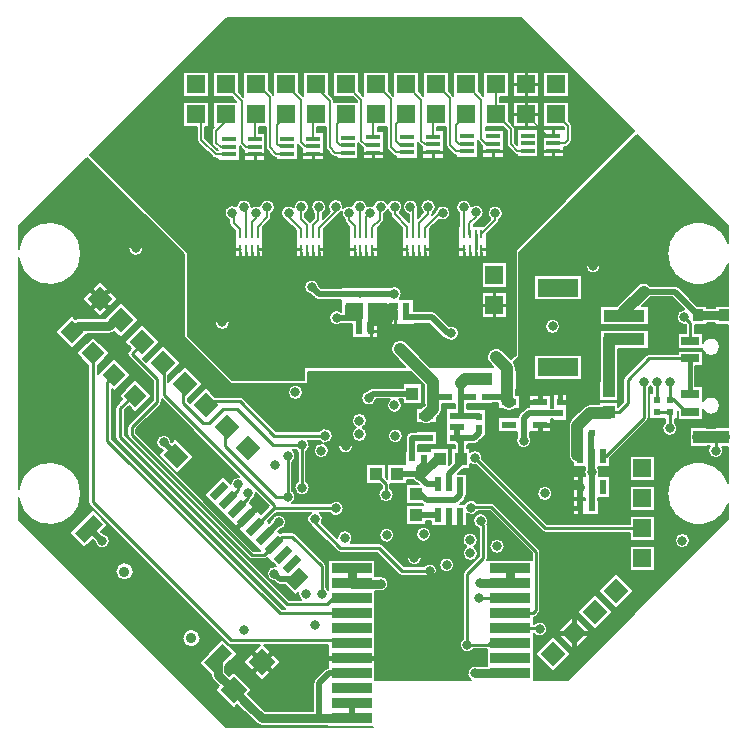
<source format=gbr>
%FSLAX25Y25*%
%MOIN*%
G04 EasyPC Gerber Version 18.0.8 Build 3632 *
%ADD133R,0.01000X0.02756*%
%ADD130R,0.02165X0.04724*%
%ADD131R,0.02362X0.04724*%
%ADD11R,0.02400X0.02400*%
%ADD142R,0.03200X0.03900*%
%ADD92R,0.03937X0.04291*%
%ADD81R,0.03940X0.04330*%
%ADD85R,0.06000X0.06000*%
%ADD25C,0.00500*%
%ADD75C,0.00800*%
%ADD26C,0.01000*%
%ADD28C,0.01500*%
%ADD93C,0.02000*%
%ADD94C,0.03000*%
%ADD27C,0.03200*%
%ADD90R,0.04600X0.01800*%
%ADD129R,0.04724X0.02362*%
%ADD10R,0.02400X0.02400*%
%ADD141R,0.05900X0.02800*%
%ADD134R,0.13200X0.03200*%
%ADD140R,0.13800X0.03900*%
%ADD12R,0.04291X0.03937*%
%ADD82R,0.04330X0.03940*%
%AMT137*0 Rectangle Pad at angle 45*21,1,0.05500,0.06300,0,0,45*%
%ADD137T137*%
%ADD139R,0.13400X0.05900*%
%ADD91C,0.03600*%
%ADD95C,0.04000*%
%AMT89*0 Rectangle Pad at angle 45*21,1,0.06000,0.06000,0,0,45*%
%ADD89T89*%
%AMT132*0 Rectangle Pad at angle 45*21,1,0.06300,0.06300,0,0,45*%
%ADD132T132*%
%AMT135*0 Rectangle Pad at angle 135*21,1,0.02700,0.06300,0,0,135*%
%ADD135T135*%
%AMT138*0 Rectangle Pad at angle 135*21,1,0.04700,0.06300,0,0,135*%
%ADD138T138*%
%AMT136*0 Rectangle Pad at angle 135*21,1,0.04700,0.08700,0,0,135*%
%ADD136T136*%
%AMT143*0 Rectangle Pad at angle 135*21,1,0.05500,0.05500,0,0,135*%
%ADD143T143*%
X0Y0D02*
D02*
D10*
X116450Y135350D03*
Y139150D03*
X120350Y135350D03*
Y139150D03*
X128250Y139750D03*
Y143550D03*
X132150Y139750D03*
Y143550D03*
X133950Y92850D03*
X137850D03*
X146350Y113350D03*
X150250D03*
X154450Y113250D03*
X158350D03*
X189950Y76351D03*
X190050Y101150D03*
X193850Y76351D03*
X193950Y101150D03*
D02*
D11*
X112850Y143550D03*
Y147450D03*
X116650Y143550D03*
Y147450D03*
X120450Y143550D03*
Y147450D03*
X124250Y143550D03*
Y147450D03*
X156350Y102750D03*
Y106650D03*
X183350Y107750D03*
Y111650D03*
X215550Y108350D03*
Y112250D03*
X220050Y108350D03*
Y112250D03*
D02*
D12*
X158650Y119150D03*
X165650D03*
D02*
D25*
X25718Y192982D02*
X2850Y170115D01*
Y162496*
G75*
G02X23750Y161050I10400J-1446*
G01*
G75*
G02X2850Y159604I-10500*
G01*
Y82496*
G75*
G02X23750Y81050I10400J-1446*
G01*
G75*
G02X2850Y79604I-10500*
G01*
Y72285*
X72085Y3050*
X120850*
Y3200*
X106100*
Y3600*
X100471*
G75*
G02X99229I-621J2450*
G01*
X83950*
G75*
G02X82218Y4318I0J2450*
G01*
X78387Y8149*
G75*
G02X77658Y8654I1101J2364*
G01*
X75804Y10481*
X74512Y9190*
X68290Y15412*
X69669Y16791*
X67616Y18844*
G75*
G02X66898Y20576I1732J1733*
G01*
Y20645*
X62843Y24700*
X70762Y32620*
X75854Y27529*
X71798Y23473*
Y21591*
X73133Y20256*
X74512Y21635*
X80735Y15412*
X79491Y14169*
X81317Y12370*
G75*
G02X81851Y11613I-1830J-1858*
G01*
X84965Y8500*
X99229*
G75*
G02X100471I621J-2450*
G01*
X101100*
Y17850*
G75*
G02X101671Y19229I1950J0*
G01*
X104871Y22429*
G75*
G02X106100Y22994I1379J-1379*
G01*
Y30443*
X84655*
X90210Y24888*
X83988Y18665*
X77765Y24888*
X83321Y30443*
X73650*
G75*
G02X72513Y30914J1607*
G01*
X26513Y76913*
G75*
G02X26042Y78050I1137J1137*
G01*
Y123702*
X22029Y127715*
X27685Y133371*
X33342Y127715*
X29257Y123629*
Y120800*
X34757Y126300*
X40413Y120643*
X34757Y114987*
X33957Y115786*
Y99316*
X90616Y42658*
X91646*
G75*
G02X91313Y42913I805J1392*
G01*
X35613Y98613*
G75*
G02X35143Y99750I1137J1137*
G01*
Y109550*
G75*
G02X35613Y110687I1607*
G01*
X37335Y112408*
X36171Y113572*
X41828Y119229*
X47484Y113572*
X41828Y107916*
X39608Y110135*
X38357Y108884*
Y100416*
X93116Y45657*
X97059*
G75*
G02X96100Y47650I1591J1993*
G01*
G75*
G02X96103Y47778I2548J2*
G01*
X95228Y46904*
X91522Y50610*
X89940*
G75*
G02X88561Y51181I0J1950*
G01*
X87933Y51809*
G75*
G02X85600Y54350I217J2541*
G01*
G75*
G02X88510Y56874I2550*
G01*
X85789Y59596*
X85717Y59525*
G75*
G02X84692Y59100I-1025J1025*
G01*
X80550*
G75*
G02X79525Y59525J1450*
G01*
X39525Y99525*
G75*
G02X39100Y100550I1025J1025*
G01*
Y103050*
G75*
G02X39525Y104075I1450*
G01*
X47700Y112251*
Y118449*
X39525Y126625*
G75*
G02Y128675I1025J1025*
G01*
X40270Y129420*
X38033Y131657*
X44043Y137667*
X50054Y131657*
X44324Y125927*
X45385Y124866*
X51115Y130596*
X57125Y124585*
X52800Y120261*
Y118139*
X58185Y123525*
X64196Y117515*
X59200Y112519*
Y111851*
X59927Y111124*
X65257Y116454*
X68353Y113357*
X76550*
G75*
G02X77692Y112881J-1607*
G01*
X88620Y101857*
X103070*
G75*
G02X107600Y100250I1980J-1607*
G01*
G75*
G02X104669Y97729I-2550*
G01*
G75*
G02X106300Y95350I-919J-2379*
G01*
G75*
G02X101200I-2550*
G01*
G75*
G02X104131Y97871I2550*
G01*
G75*
G02X103070Y98643I919J2379*
G01*
X99342*
G75*
G02X98800Y94952I-1992J-1593*
G01*
Y85048*
G75*
G02X99900Y82950I-1450J-2098*
G01*
G75*
G02X94800I-2550*
G01*
G75*
G02X95900Y85048I2550*
G01*
Y94952*
G75*
G02X95252Y95600I1450J2098*
G01*
X94193*
G75*
G02X94157Y91670I-1643J-1950*
G01*
Y81930*
G75*
G02X94009Y77859I-1607J-1980*
G01*
X106853*
G75*
G02X111200Y76050I1797J-1809*
G01*
G75*
G02X106522Y74644I-2550*
G01*
X103205*
G75*
G02X104008Y71365I-1455J-2094*
G01*
X109100Y66273*
G75*
G02X114200Y66250I2550J-23*
G01*
G75*
G02X113557Y64557I-2550J0*
G01*
X122850*
G75*
G02X123987Y64087J-1607*
G01*
X131216Y56857*
X137956*
G75*
G02X142400Y55150I1894J-1707*
G01*
G75*
G02X137793Y53643I-2550*
G01*
X130550*
G75*
G02X129413Y54113J1607*
G01*
X122184Y61343*
X110150*
G75*
G02X109013Y61813J1607*
G01*
X100498Y70328*
G75*
G02X99528Y71298I1252J2222*
G01*
X99413Y71413*
G75*
G02X99517Y73782I1137J1137*
G01*
G75*
G02X100295Y74644I2233J-1232*
G01*
X88604*
X85861Y71969*
X86468Y71362*
X87046Y71935*
G75*
G02X92100Y71450I2504J-485*
G01*
G75*
G02X90015Y68943I-2550*
G01*
X89448Y68381*
X89979Y67850*
G75*
G02X90792Y68099I812J-1202*
G01*
X94150*
G75*
G02X95175Y67674I0J-1450*
G01*
X104875Y57975*
G75*
G02X105300Y56950I-1025J-1025*
G01*
Y49748*
G75*
G02X106100Y48850I-1450J-2098*
G01*
Y58901*
X121799*
Y53400*
X122843*
G75*
G02X126100Y50950I707J-2450*
G01*
G75*
G02X122843Y48500I-2550*
G01*
X121799*
Y18850*
X153661*
G75*
G02X155657Y23500I1289J2200*
G01*
X158901*
Y29100*
X154548*
G75*
G02X149900Y30550I-2098J1450*
G01*
G75*
G02X151000Y32648I2550*
G01*
Y54150*
G75*
G02X151425Y55175I1450*
G01*
X156300Y60051*
Y69460*
G75*
G02X154300Y71950I550J2490*
G01*
G75*
G02X159400I2550*
G01*
G75*
G02X159107Y70762I-2550J0*
G01*
G75*
G02X159200Y70250I-1356J-512*
G01*
Y59450*
G75*
G02X159092Y58901I-1450*
G01*
X173900*
Y61049*
X159849Y75100*
X155972*
G75*
G02X152322Y74237I-2222J1250*
G01*
Y70220*
X140177*
Y71743*
X138665*
Y70630*
X131834*
Y77070*
X137777*
G75*
G02X137560Y77260I1274J1678*
G01*
X137190Y77630*
X131834*
Y84070*
X136472*
X136234Y84308*
G75*
G02X134226Y85600I216J2542*
G01*
X132169*
Y84133*
X126800*
Y82748*
G75*
G02X127900Y80650I-1450J-2098*
G01*
G75*
G02X122800I-2550*
G01*
G75*
G02X123900Y82748I2550*
G01*
Y83549*
X123316Y84133*
X118730*
Y90964*
X125169*
Y86382*
X125730Y85821*
Y90964*
X131500*
Y95299*
X131843*
Y99550*
G75*
G02X133950Y101657I2107*
G01*
X135196*
Y101941*
X142421*
Y97078*
X136057*
Y95299*
X140031*
Y96067*
X146470*
Y90708*
X147031Y91255*
Y96067*
X148300*
Y97078*
X145480*
Y109421*
X148300*
Y110901*
X144100*
Y109332*
G75*
G02X143236Y107246I-2950J0*
G01*
X142421Y106431*
Y104559*
X140479*
G75*
G02X137138I-1670J2431*
G01*
X135196*
Y109421*
X137067*
X138200Y110554*
Y110937*
X137929*
Y117199*
X137370Y117758*
Y110937*
X130929*
Y112400*
X129793*
G75*
G02X130700Y110450I-1643J-1950*
G01*
G75*
G02X125600I-2550*
G01*
G75*
G02X126507Y112400I2550*
G01*
X122060*
G75*
G02X117000Y112850I-2510J450*
G01*
G75*
G02X119333Y115391I2550*
G01*
X119671Y115729*
G75*
G02X121050Y116300I1379J-1379*
G01*
X130929*
Y117763*
X137365*
X133678Y121450*
X99250*
Y117550*
X73550*
X57850Y133250*
Y160850*
X25718Y192982*
X21757Y139300D02*
G75*
G02X22650Y139457I893J-2449D01*
G01*
X31692*
X36972Y144738*
X42983Y138728*
X36972Y132717*
X34776Y134913*
G75*
G02X33030Y134243I-1746J1937*
G01*
X25728*
X20615Y129129*
X14958Y134785*
X20615Y140442*
X21757Y139300*
X23891Y145799D02*
X29901Y151809D01*
X35911Y145799*
X29901Y139789*
X23891Y145799*
X27650Y65592D02*
X24800Y62743D01*
X19709Y67834*
X27629Y75754*
X32720Y70662*
X30408Y68350*
X30967Y67791*
G75*
G02X33300Y65250I-217J-2541*
G01*
G75*
G02X28209Y65033I-2550*
G01*
X27650Y65592*
X36008Y57192D02*
G75*
G02X40321Y52879I2157J-2157D01*
G01*
G75*
G02X36008Y57192I-2157J2157*
G01*
X44500Y162750D02*
G75*
G02X39400I-2550D01*
G01*
G75*
G02X44500I2550*
G01*
X58282Y34918D02*
G75*
G02X62595Y30605I2157J-2157D01*
G01*
G75*
G02X58282Y34918I-2157J2157*
G01*
X97700Y114750D02*
G75*
G02X92600I-2550D01*
G01*
G75*
G02X97700I2550*
G01*
X109300Y96850D02*
G75*
G02X114400I2550D01*
G01*
G75*
G02X109300I-2550*
G01*
X115349Y103050D02*
G75*
G02X113900Y105350I1101J2300D01*
G01*
G75*
G02X119000I2550*
G01*
G75*
G02X117551Y103050I-2550*
G01*
G75*
G02X119000Y100750I-1101J-2300*
G01*
G75*
G02X113900I-2550*
G01*
G75*
G02X115349Y103050I2550*
G01*
X123000Y67150D02*
G75*
G02X128100I2550D01*
G01*
G75*
G02X123000I-2550*
G01*
X131000Y100250D02*
G75*
G02X125900I-2550D01*
G01*
G75*
G02X131000I2550*
G01*
X135300Y67450D02*
G75*
G02X140400I2550D01*
G01*
G75*
G02X135300I-2550*
G01*
X137300Y59650D02*
G75*
G02X132200I-2550D01*
G01*
G75*
G02X137300I2550*
G01*
X143000Y57250D02*
G75*
G02X148100I2550D01*
G01*
G75*
G02X143000I-2550*
G01*
X152201Y63273D02*
G75*
G02X150800Y65550I1149J2276D01*
G01*
G75*
G02X155900I2550*
G01*
G75*
G02X154599Y63327I-2550*
G01*
G75*
G02X156000Y61050I-1149J-2277*
G01*
G75*
G02X150900I-2550*
G01*
G75*
G02X152201Y63273I2550*
G01*
X164900Y63450D02*
G75*
G02X159800I-2550D01*
G01*
G75*
G02X164900I2550*
G01*
X2850Y136933D02*
G36*
Y82496D01*
G75*
G02X23750Y81050I10400J-1446*
G01*
G75*
G02X2850Y79604I-10500*
G01*
Y72285*
X5909Y69227*
X21102*
X27629Y75754*
X32720Y70662*
X31285Y69227*
X34200*
X26513Y76913*
G75*
G02X26042Y78050I1137J1137*
G01*
Y123702*
X22029Y127715*
X27685Y133371*
X33342Y127715*
X29257Y123629*
Y120800*
X34757Y126300*
X40413Y120643*
X34757Y114987*
X33957Y115786*
Y99316*
X90616Y42658*
X91646*
G75*
G02X91313Y42913I805J1392*
G01*
X35613Y98613*
G75*
G02X35143Y99750I1137J1137*
G01*
Y109550*
G75*
G02X35613Y110687I1607*
G01*
X37335Y112408*
X36171Y113572*
X41828Y119229*
X47484Y113572*
X41828Y107916*
X39608Y110135*
X38357Y108884*
Y100416*
X93116Y45657*
X97059*
G75*
G02X96100Y47650I1591J1993*
G01*
G75*
G02X96103Y47778I2548J2*
G01*
X95228Y46904*
X91522Y50610*
X89940*
G75*
G02X88561Y51181I0J1950*
G01*
X87933Y51809*
G75*
G02X85600Y54350I217J2541*
G01*
G75*
G02X88510Y56874I2550*
G01*
X85789Y59596*
X85717Y59525*
G75*
G02X84692Y59100I-1025J1025*
G01*
X80550*
G75*
G02X79525Y59525J1450*
G01*
X39525Y99525*
G75*
G02X39100Y100550I1025J1025*
G01*
Y103050*
G75*
G02X39525Y104075I1450*
G01*
X47700Y112251*
Y118449*
X39525Y126625*
G75*
G02Y128675I1025J1025*
G01*
X40270Y129420*
X38033Y131657*
X43309Y136933*
X41188*
X36972Y132717*
X34776Y134913*
G75*
G02X33030Y134243I-1746J1937*
G01*
X25728*
X20615Y129129*
X14958Y134785*
X17106Y136933*
X2850*
G37*
X17106D02*
G36*
X20615Y140442D01*
X21757Y139300*
G75*
G02X22650Y139457I893J-2449*
G01*
X31692*
X36972Y144738*
X42983Y138728*
X41188Y136933*
X43309*
X44043Y137667*
X50054Y131657*
X44324Y125927*
X45385Y124866*
X51115Y130596*
X57125Y124585*
X52800Y120261*
Y118139*
X58185Y123525*
X64196Y117515*
X59200Y112519*
Y111851*
X59927Y111124*
X65257Y116454*
X66960Y114750*
X92600*
G75*
G02X97700I2550*
G01*
X117849*
G75*
G02X119333Y115391I1701J-1900*
G01*
X119671Y115729*
G75*
G02X121050Y116300I1379J-1379*
G01*
X130929*
Y117763*
X137365*
X133678Y121450*
X99250*
Y117550*
X73550*
X57850Y133250*
Y145799*
X35911*
X29901Y139789*
X23891Y145799*
X2850*
Y136933*
X17106*
G37*
X23891Y145799D02*
G36*
X29901Y151809D01*
X35911Y145799*
X57850*
Y160850*
X55950Y162750*
X44500*
G75*
G02X39400I-2550*
G01*
X23611*
G75*
G02X23750Y161050I-10362J-1700*
G01*
G75*
G02X2850Y159604I-10500*
G01*
Y145799*
X23891*
G37*
X5909Y69227D02*
G36*
X11685Y63450D01*
X24093*
X19709Y67834*
X21102Y69227*
X5909*
G37*
X31285D02*
G36*
X30408Y68350D01*
X30967Y67791*
G75*
G02X33300Y65250I-217J-2541*
G01*
G75*
G02X32556Y63450I-2550*
G01*
X39976*
X34200Y69227*
X31285*
G37*
X106147D02*
G36*
X109100Y66273D01*
G75*
G02X114200Y66250I2550J-23*
G01*
G75*
G02X113557Y64557I-2550J0*
G01*
X122850*
G75*
G02X123987Y64087J-1607*
G01*
X124623Y63450*
X151903*
G75*
G02X150800Y65550I1447J2100*
G01*
G75*
G02X155900I2550*
G01*
G75*
G02X154796Y63450I-2550*
G01*
X156300*
Y69227*
X139679*
G75*
G02X140400Y67450I-1829J-1777*
G01*
G75*
G02X135300I-2550*
G01*
G75*
G02X136021Y69227I2550*
G01*
X127030*
G75*
G02X128100Y67150I-1480J-2077*
G01*
G75*
G02X123000I-2550*
G01*
G75*
G02X124070Y69227I2550*
G01*
X106147*
G37*
X124070D02*
G36*
G75*
G02X127030I1480J-2077D01*
G01*
X136021*
G75*
G02X139679I1829J-1777*
G01*
X156300*
Y69460*
G75*
G02X154300Y71950I550J2490*
G01*
G75*
G02X159400I2550*
G01*
G75*
G02X159107Y70762I-2550J0*
G01*
G75*
G02X159200Y70250I-1356J-512*
G01*
Y63450*
X159800*
G75*
G02X164900I2550*
G01*
X171499*
X159849Y75100*
X155972*
G75*
G02X152322Y74237I-2222J1250*
G01*
Y70220*
X140177*
Y71743*
X138665*
Y70630*
X131834*
Y77070*
X137777*
G75*
G02X137560Y77260I1274J1678*
G01*
X137190Y77630*
X131834*
Y84070*
X136472*
X136234Y84308*
G75*
G02X134226Y85600I216J2542*
G01*
X132169*
Y84133*
X126800*
Y82748*
G75*
G02X127900Y80650I-1450J-2098*
G01*
G75*
G02X122800I-2550*
G01*
G75*
G02X123900Y82748I2550*
G01*
Y83549*
X123316Y84133*
X118730*
Y90964*
X125169*
Y86382*
X125730Y85821*
Y90964*
X131500*
Y95299*
X131843*
Y96850*
X114400*
G75*
G02X109300I-2550*
G01*
X105812*
G75*
G02X106300Y95350I-2062J-1500*
G01*
G75*
G02X101200I-2550*
G01*
G75*
G02X104131Y97871I2550*
G01*
G75*
G02X103070Y98643I919J2379*
G01*
X99342*
G75*
G02X98800Y94952I-1992J-1593*
G01*
Y85048*
G75*
G02X99900Y82950I-1450J-2098*
G01*
G75*
G02X94800I-2550*
G01*
G75*
G02X95900Y85048I2550*
G01*
Y94952*
G75*
G02X95252Y95600I1450J2098*
G01*
X94193*
G75*
G02X94157Y91670I-1643J-1950*
G01*
Y81930*
G75*
G02X94009Y77859I-1607J-1980*
G01*
X106853*
G75*
G02X111200Y76050I1797J-1809*
G01*
G75*
G02X106522Y74644I-2550*
G01*
X103205*
G75*
G02X104008Y71365I-1455J-2094*
G01*
X106147Y69227*
X124070*
G37*
X20100Y55035D02*
G36*
X42374Y32761D01*
X57389*
G75*
G02X58282Y34918I3050*
G01*
G75*
G02X63489Y32761I2157J-2157*
G01*
X70666*
X48391Y55035*
X41215*
G75*
G02X40321Y52879I-3050*
G01*
G75*
G02X35115Y55035I-2157J2157*
G01*
X20100*
G37*
X35115D02*
G36*
G75*
G02X36008Y57192I3050D01*
G01*
G75*
G02X41215Y55035I2157J-2157*
G01*
X48391*
X39976Y63450*
X32556*
G75*
G02X28209Y65033I-1806J1800*
G01*
X27650Y65592*
X24800Y62743*
X24093Y63450*
X11685*
X20100Y55035*
X35115*
G37*
X142397D02*
G36*
G75*
G02X137793Y53643I-2547J115D01*
G01*
X130550*
G75*
G02X129413Y54113J1607*
G01*
X122184Y61343*
X110150*
G75*
G02X109013Y61813J1607*
G01*
X100498Y70328*
G75*
G02X99528Y71298I1252J2222*
G01*
X99413Y71413*
G75*
G02X99517Y73782I1137J1137*
G01*
G75*
G02X100295Y74644I2233J-1232*
G01*
X88604*
X85861Y71969*
X86468Y71362*
X87046Y71935*
G75*
G02X92100Y71450I2504J-485*
G01*
G75*
G02X90015Y68943I-2550*
G01*
X89448Y68381*
X89979Y67850*
G75*
G02X90792Y68099I812J-1202*
G01*
X94150*
G75*
G02X95175Y67674I0J-1450*
G01*
X104875Y57975*
G75*
G02X105300Y56950I-1025J-1025*
G01*
Y49748*
G75*
G02X106100Y48850I-1450J-2098*
G01*
Y58901*
X121799*
Y53400*
X122843*
G75*
G02X126100Y50950I707J-2450*
G01*
G75*
G02X122843Y48500I-2550*
G01*
X121799*
Y18850*
X153661*
G75*
G02X155657Y23500I1289J2200*
G01*
X158901*
Y29100*
X154548*
G75*
G02X149900Y30550I-2098J1450*
G01*
G75*
G02X151000Y32648I2550*
G01*
Y54150*
G75*
G02X151302Y55035I1450J0*
G01*
X146814*
G75*
G02X144286I-1264J2215*
G01*
X142397*
G37*
X144286D02*
G36*
G75*
G02X143000Y57250I1264J2215D01*
G01*
G75*
G02X144688Y59650I2550*
G01*
X137300*
G75*
G02X132200I-2550*
G01*
X128423*
X131216Y56857*
X137956*
G75*
G02X142400Y55150I1894J-1707*
G01*
G75*
G02X142397Y55035I-2550J4*
G01*
X144286*
G37*
X151302D02*
G36*
G75*
G02X151425Y55175I1148J-885D01*
G01*
X155899Y59650*
X155581*
G75*
G02X151319I-2131J1400*
G01*
X146412*
G75*
G02X148100Y57250I-862J-2400*
G01*
G75*
G02X146814Y55035I-2550*
G01*
X151302*
G37*
X39400Y162750D02*
G36*
G75*
G02X44500I2550D01*
G01*
X55950*
X25718Y192982*
X2850Y170115*
Y162496*
G75*
G02X23611Y162750I10400J-1446*
G01*
X39400*
G37*
X42374Y32761D02*
G36*
X72085Y3050D01*
X120850*
Y3200*
X106100*
Y3600*
X100471*
G75*
G02X99229I-621J2450*
G01*
X83950*
G75*
G02X82218Y4318I0J2450*
G01*
X78387Y8149*
G75*
G02X77658Y8654I1101J2364*
G01*
X75804Y10481*
X74512Y9190*
X68290Y15412*
X69669Y16791*
X67616Y18844*
G75*
G02X66898Y20576I1732J1733*
G01*
Y20645*
X62843Y24700*
X70762Y32620*
X75854Y27529*
X71798Y23473*
Y21591*
X73133Y20256*
X74512Y21635*
X80735Y15412*
X79491Y14169*
X81317Y12370*
G75*
G02X81851Y11613I-1830J-1858*
G01*
X84965Y8500*
X99229*
G75*
G02X100471I621J-2450*
G01*
X101100*
Y17850*
G75*
G02X101671Y19229I1950J0*
G01*
X104871Y22429*
G75*
G02X106100Y22994I1379J-1379*
G01*
Y30443*
X84655*
X90210Y24888*
X83988Y18665*
X77765Y24888*
X83321Y30443*
X73650*
G75*
G02X72513Y30914J1607*
G01*
X70666Y32761*
X63489*
G75*
G02X62595Y30605I-3050*
G01*
G75*
G02X57389Y32761I-2157J2157*
G01*
X42374*
G37*
X66960Y114750D02*
G36*
X68353Y113357D01*
X76550*
G75*
G02X77692Y112881J-1607*
G01*
X87438Y103050*
X115349*
G75*
G02X113900Y105350I1101J2300*
G01*
G75*
G02X119000I2550*
G01*
G75*
G02X117551Y103050I-2550*
G01*
X145480*
Y109421*
X148300*
Y110901*
X144100*
Y109332*
G75*
G02X143236Y107246I-2950J0*
G01*
X142421Y106431*
Y104559*
X140479*
G75*
G02X137138I-1670J2431*
G01*
X135196*
Y109421*
X137067*
X138200Y110554*
Y110937*
X137929*
Y117199*
X137370Y117758*
Y110937*
X130929*
Y112400*
X129793*
G75*
G02X130700Y110450I-1643J-1950*
G01*
G75*
G02X125600I-2550*
G01*
G75*
G02X126507Y112400I2550*
G01*
X122060*
G75*
G02X117000Y112850I-2510J450*
G01*
G75*
G02X117849Y114750I2550J0*
G01*
X97700*
G75*
G02X92600I-2550*
G01*
X66960*
G37*
X109300Y96850D02*
G36*
G75*
G02X114400I2550D01*
G01*
X131843*
Y99550*
G75*
G02X131962Y100250I2107*
G01*
X131000*
G75*
G02X125900I-2550*
G01*
X118950*
G75*
G02X113950I-2500J500*
G01*
X107600*
G75*
G02X104669Y97729I-2550*
G01*
G75*
G02X105812Y96850I-920J-2379*
G01*
X109300*
G37*
X87438Y103050D02*
G36*
X88620Y101857D01*
X103070*
G75*
G02X107600Y100250I1980J-1607*
G01*
X113950*
G75*
G02X113900Y100750I2500J500*
G01*
G75*
G02X115349Y103050I2550*
G01*
X87438*
G37*
X117551D02*
G36*
G75*
G02X119000Y100750I-1101J-2300D01*
G01*
G75*
G02X118950Y100250I-2550J0*
G01*
X125900*
G75*
G02X131000I2550*
G01*
X131962*
G75*
G02X133950Y101657I1988J-700*
G01*
X135196*
Y101941*
X142421*
Y97078*
X136057*
Y95299*
X140031*
Y96067*
X146470*
Y90708*
X147031Y91255*
Y96067*
X148300*
Y97078*
X145480*
Y103050*
X117551*
G37*
X132200Y59650D02*
G36*
G75*
G02X137300I2550D01*
G01*
X144688*
G75*
G02X146412I862J-2400*
G01*
X151319*
G75*
G02X150900Y61050I2131J1400*
G01*
G75*
G02X152201Y63273I2550*
G01*
G75*
G02X151903Y63450I1149J2276*
G01*
X124623*
X128423Y59650*
X132200*
G37*
X155899D02*
G36*
X156300Y60051D01*
Y63450*
X154796*
G75*
G02X154599Y63327I-1446J2100*
G01*
G75*
G02X156000Y61050I-1149J-2277*
G01*
G75*
G02X155581Y59650I-2550J0*
G01*
X155899*
G37*
X159200Y63450D02*
G36*
Y59450D01*
G75*
G02X159092Y58901I-1450*
G01*
X173900*
Y61049*
X171499Y63450*
X164900*
G75*
G02X159800I-2550*
G01*
X159200*
G37*
X26718Y193982D02*
X59350Y161350D01*
Y133452*
X74048Y118753*
X98047*
Y121450*
G75*
G02X98150Y121937I1203*
G01*
Y123350*
X131778*
X127864Y127264*
G75*
G02X132036Y131436I2086J2086*
G01*
X140122Y123350*
X161078*
X159864Y124564*
G75*
G02X164036Y128736I2086J2086*
G01*
X167036Y125736*
X168547Y127247*
Y161250*
G75*
G02X168550Y161337I1203*
G01*
Y162350*
X207932Y201732*
X170215Y239450*
X72185*
X26718Y193982*
X62400Y203200D02*
X57800D01*
Y211700*
X66300*
Y203200*
X65100*
Y199409*
X69109Y195400*
X69168*
X67684Y196884*
G75*
G02X67243Y197950I1066J1066*
G01*
Y201850*
G75*
G02X67668Y202900I1507J0*
G01*
X67959Y203200*
X67800*
Y211700*
X75491*
X73991Y213200*
X67800*
Y221700*
X76300*
Y214709*
X77800Y213209*
Y221700*
X86300*
Y215509*
X87505Y214305*
G75*
G02X87800Y213860I-955J-954*
G01*
Y221700*
X96300*
Y214909*
X97800Y213409*
Y221700*
X106300*
Y214109*
X107505Y212905*
G75*
G02X107900Y211950I-955J-954*
G01*
Y211700*
X115800*
Y211791*
X114391Y213200*
X107800*
Y221700*
X116300*
Y215109*
X117800Y213609*
Y221700*
X126300*
Y215109*
X127800Y213609*
Y221700*
X136300*
Y215109*
X137800Y213609*
Y221700*
X146300*
Y215109*
X147705Y213705*
G75*
G02X147800Y213598I-957J-954*
G01*
Y221700*
X156300*
Y215109*
X157800Y213609*
Y221700*
X166300*
Y213200*
X163400*
Y211700*
X166300*
Y205109*
X167800Y203609*
Y211700*
X176300*
Y203200*
X168133*
G75*
G02X168300Y202550I-1183J-650*
G01*
Y198009*
X169000Y197309*
Y202400*
X176100*
Y193100*
X169000*
Y193908*
G75*
G02X168195Y194295I150J1342*
G01*
X165995Y196495*
G75*
G02X165600Y197450I955J954*
G01*
Y201991*
X164391Y203200*
X158500*
Y202318*
X164500*
Y192900*
X157400*
Y196891*
X156195Y198095*
G75*
G02X155900Y198540I955J954*
G01*
Y192900*
X148800*
Y193700*
X148750*
G75*
G02X147795Y194095I0J1350*
G01*
X145795Y196095*
G75*
G02X145400Y197050I955J954*
G01*
Y203200*
X142300*
Y202118*
X144500*
Y192700*
X137400*
Y196315*
G75*
G02X137236Y196454I791J1095*
G01*
X136195Y197495*
G75*
G02X135900Y197940I955J954*
G01*
Y192700*
X128800*
Y193500*
X128550*
G75*
G02X127595Y193895I0J1350*
G01*
X125995Y195495*
G75*
G02X125600Y196450I955J954*
G01*
Y203200*
X122500*
Y201918*
X124700*
Y192500*
X117600*
Y196291*
X116195Y197695*
G75*
G02X116100Y197802I957J954*
G01*
Y192500*
X109000*
Y193300*
X108350*
G75*
G02X107395Y193695I0J1350*
G01*
X105595Y195495*
G75*
G02X105200Y196450I955J954*
G01*
Y203200*
X102300*
Y201518*
X104500*
Y192100*
X97400*
Y195891*
X95995Y197295*
G75*
G02X95900Y197402I957J954*
G01*
Y192100*
X88800*
Y192900*
X88750*
G75*
G02X87795Y193295I0J1350*
G01*
X85595Y195495*
G75*
G02X85200Y196450I955J954*
G01*
Y203200*
X82900*
Y201318*
X85100*
Y191900*
X78000*
Y195376*
G75*
G02X77595Y195654I550J1233*
G01*
X76500Y196750*
Y191900*
X69400*
Y192700*
X68550*
G75*
G02X67595Y193095I0J1350*
G01*
X62795Y197895*
G75*
G02X62400Y198850I955J954*
G01*
Y203200*
X66300Y221700D02*
Y213200D01*
X57800*
Y221700*
X66300*
X73048Y172205D02*
G75*
G02X71500Y174550I1002J2345D01*
G01*
G75*
G02X75405Y176710I2550*
G01*
G75*
G02X80500Y176575I2545J-160*
G01*
G75*
G02X83214Y176819I1550J-2025*
G01*
G75*
G02X88300Y176550I2536J-269*
G01*
G75*
G02X87100Y174387I-2550*
G01*
Y173150*
G75*
G02X86705Y172195I-1350J0*
G01*
X84300Y169791*
Y159822*
X74894*
Y168670*
X73488Y170080*
G75*
G02X73048Y171144I1067J1065*
G01*
Y172205*
X73300Y138050D02*
G75*
G02X68200I-2550D01*
G01*
G75*
G02X73300I2550*
G01*
X91702Y172273D02*
G75*
G02X90300Y174550I1148J2277D01*
G01*
G75*
G02X94604Y176400I2550*
G01*
G75*
G02X94600Y176550I2548J149*
G01*
G75*
G02X99700I2550*
G01*
G75*
G02X98457Y174361I-2550*
G01*
Y173267*
X99997Y171699*
X101243Y172967*
Y174570*
G75*
G02X100300Y176550I1607J1980*
G01*
G75*
G02X105400I2550*
G01*
G75*
G02X104257Y174424I-2550*
G01*
Y172667*
X106599Y175008*
G75*
G02X106000Y176650I1951J1642*
G01*
G75*
G02X111100I2550*
G01*
G75*
G02X111046Y176126I-2550*
G01*
G75*
G02X114025Y176906I2004J-1576*
G01*
G75*
G02X119075I2525J-356*
G01*
G75*
G02X121025I975J-2357*
G01*
G75*
G02X125900Y177540I2525J-356*
G01*
G75*
G02X130800Y176550I2350J-990*
G01*
G75*
G02X129914Y174617I-2550*
G01*
X132906Y171622*
Y174059*
G75*
G02X130900Y176550I544J2491*
G01*
G75*
G02X136000I2550*
G01*
G75*
G02X135859Y175713I-2550J0*
G01*
G75*
G02X135920Y175287I-1446J-426*
G01*
Y172927*
X137689Y174715*
G75*
G02X136800Y176650I1661J1935*
G01*
G75*
G02X141900I2550*
G01*
G75*
G02X140857Y174593I-2550*
G01*
Y174250*
G75*
G02X140824Y173933I-1507J1*
G01*
X141611Y174720*
G75*
G02X141800Y175257I1339J-170*
G01*
G75*
G02X146800Y174550I2450J-707*
G01*
G75*
G02X143024Y172314I-2550*
G01*
X140100Y169391*
Y159822*
X130694*
Y169569*
X127283Y172985*
G75*
G02X126843Y174050I1067J1065*
G01*
Y174424*
G75*
G02X125900Y175560I1408J2126*
G01*
G75*
G02X124700Y174274I-2350J990*
G01*
Y172350*
G75*
G02X124305Y171395I-1350J0*
G01*
X122500Y169591*
Y159822*
X113094*
Y169970*
X111982Y171086*
G75*
G02X111543Y172150I1067J1064*
G01*
Y172493*
G75*
G02X110554Y175074I1508J2057*
G01*
G75*
G02X109726Y174387I-2005J1576*
G01*
G75*
G02X109505Y174095I-1176J663*
G01*
X104700Y169291*
Y159822*
X95294*
Y168752*
X91796Y172172*
G75*
G02X91702Y172273I1055J1075*
G01*
X100333Y147309D02*
G75*
G02X98000Y149850I217J2541D01*
G01*
G75*
G02X103091Y150067I2550*
G01*
X103758Y149400*
X110400*
Y149900*
X126700*
Y149813*
G75*
G02X129994Y146000I1350J-2163*
G01*
X134600*
Y141857*
X140550*
G75*
G02X142026Y141254J-2108*
G01*
X146456Y136907*
G75*
G02X149703Y134450I694J-2457*
G01*
G75*
G02X145685Y132359I-2553*
G01*
G75*
G02X144474Y132946I265J2091*
G01*
X139689Y137643*
X134600*
Y137300*
X125800*
Y141100*
X122800*
Y132900*
X114000*
Y137700*
X113518*
G75*
G02X111182I-1168J1950*
G01*
X110530*
G75*
G02X106337Y139650I-1643J1950*
G01*
G75*
G02X110400Y141702I2550*
G01*
Y145500*
X102950*
G75*
G02X101571Y146071I0J1950*
G01*
X100333Y147309*
X149494Y159822D02*
Y170196D01*
X149737*
Y174497*
G75*
G02X148700Y176550I1513J2053*
G01*
G75*
G02X153791Y176768I2550*
G01*
G75*
G02X157900Y174750I1559J-2018*
G01*
G75*
G02X156631Y172545I-2550*
G01*
G75*
G02X156332Y172100I-1381J606*
G01*
X154720Y170439*
Y170196*
X157869*
X160199Y172526*
G75*
G02X159200Y174550I1551J2024*
G01*
G75*
G02X164300I2550*
G01*
G75*
G02X163100Y172387I-2550*
G01*
Y172168*
G75*
G02X162705Y171213I-1350J0*
G01*
X158900Y167409*
Y159822*
X149494*
X165700Y139600D02*
X157200D01*
Y148100*
X165700*
Y139600*
Y149600D02*
X157200D01*
Y158100*
X165700*
Y149600*
X176300Y221700D02*
Y213200D01*
X167800*
Y221700*
X176300*
X177600Y193100D02*
Y202518D01*
X184600*
Y202991*
X184391Y203200*
X177800*
Y211700*
X186300*
Y205109*
X186905Y204505*
G75*
G02X187300Y203550I-955J-954*
G01*
Y198850*
G75*
G02X186905Y197895I-1350J0*
G01*
X185864Y196854*
G75*
G02X184909Y196459I-954J955*
G01*
X184700*
Y193100*
X177600*
X186300Y221700D02*
Y213200D01*
X177800*
Y221700*
X186300*
X39535Y206800D02*
G36*
X26718Y193982D01*
X51239Y169461*
X74106*
X73488Y170080*
G75*
G02X73048Y171144I1067J1065*
G01*
Y172205*
G75*
G02X71500Y174550I1002J2345*
G01*
G75*
G02X75405Y176710I2550*
G01*
G75*
G02X80500Y176575I2545J-160*
G01*
G75*
G02X83214Y176819I1550J-2025*
G01*
G75*
G02X88300Y176550I2536J-269*
G01*
G75*
G02X87100Y174387I-2550*
G01*
Y173150*
G75*
G02X86705Y172195I-1350J0*
G01*
X84300Y169791*
Y169461*
X94570*
X91796Y172172*
G75*
G02X91702Y172273I1055J1075*
G01*
G75*
G02X90300Y174550I1148J2277*
G01*
G75*
G02X94604Y176400I2550*
G01*
G75*
G02X94600Y176550I2548J149*
G01*
G75*
G02X99700I2550*
G01*
G75*
G02X98457Y174361I-2550*
G01*
Y173267*
X99997Y171699*
X101243Y172967*
Y174570*
G75*
G02X100300Y176550I1607J1980*
G01*
G75*
G02X105400I2550*
G01*
G75*
G02X104257Y174424I-2550*
G01*
Y172667*
X106599Y175008*
G75*
G02X106000Y176650I1951J1642*
G01*
G75*
G02X111100I2550*
G01*
G75*
G02X111046Y176126I-2550*
G01*
G75*
G02X114025Y176906I2004J-1576*
G01*
G75*
G02X119075I2525J-356*
G01*
G75*
G02X121025I975J-2357*
G01*
G75*
G02X125900Y177540I2525J-356*
G01*
G75*
G02X130800Y176550I2350J-990*
G01*
G75*
G02X129914Y174617I-2550*
G01*
X132906Y171622*
Y174059*
G75*
G02X130900Y176550I544J2491*
G01*
G75*
G02X136000I2550*
G01*
G75*
G02X135859Y175713I-2550J0*
G01*
G75*
G02X135920Y175287I-1446J-426*
G01*
Y172927*
X137689Y174715*
G75*
G02X136800Y176650I1661J1935*
G01*
G75*
G02X141900I2550*
G01*
G75*
G02X140857Y174593I-2550*
G01*
Y174250*
G75*
G02X140824Y173933I-1507J1*
G01*
X141611Y174720*
G75*
G02X141800Y175257I1339J-170*
G01*
G75*
G02X146800Y174550I2450J-707*
G01*
G75*
G02X143024Y172314I-2550*
G01*
X140170Y169461*
X149494*
Y170196*
X149737*
Y174497*
G75*
G02X148700Y176550I1513J2053*
G01*
G75*
G02X153791Y176768I2550*
G01*
G75*
G02X157900Y174750I1559J-2018*
G01*
G75*
G02X156631Y172545I-2550*
G01*
G75*
G02X156332Y172100I-1381J606*
G01*
X154720Y170439*
Y170196*
X157869*
X160199Y172526*
G75*
G02X159200Y174550I1551J2024*
G01*
G75*
G02X164300I2550*
G01*
G75*
G02X163100Y172387I-2550*
G01*
Y172168*
G75*
G02X162705Y171213I-1350J0*
G01*
X160952Y169461*
X175661*
X207932Y201732*
X202865Y206800*
X186300*
Y205109*
X186905Y204505*
G75*
G02X187300Y203550I-955J-954*
G01*
Y198850*
G75*
G02X186905Y197895I-1350J0*
G01*
X185864Y196854*
G75*
G02X184909Y196459I-954J955*
G01*
X184700*
Y193100*
X177600*
Y202518*
X184600*
Y202991*
X184391Y203200*
X177800*
Y206800*
X176300*
Y203200*
X168133*
G75*
G02X168300Y202550I-1183J-650*
G01*
Y198009*
X169000Y197309*
Y202400*
X176100*
Y193100*
X169000*
Y193908*
G75*
G02X168195Y194295I150J1342*
G01*
X165995Y196495*
G75*
G02X165600Y197450I955J954*
G01*
Y201991*
X164391Y203200*
X158500*
Y202318*
X164500*
Y192900*
X157400*
Y196891*
X156195Y198095*
G75*
G02X155900Y198540I955J954*
G01*
Y192900*
X148800*
Y193700*
X148750*
G75*
G02X147795Y194095I0J1350*
G01*
X145795Y196095*
G75*
G02X145400Y197050I955J954*
G01*
Y203200*
X142300*
Y202118*
X144500*
Y192700*
X137400*
Y196315*
G75*
G02X137236Y196454I791J1095*
G01*
X136195Y197495*
G75*
G02X135900Y197940I955J954*
G01*
Y192700*
X128800*
Y193500*
X128550*
G75*
G02X127595Y193895I0J1350*
G01*
X125995Y195495*
G75*
G02X125600Y196450I955J954*
G01*
Y203200*
X122500*
Y201918*
X124700*
Y192500*
X117600*
Y196291*
X116195Y197695*
G75*
G02X116100Y197802I957J954*
G01*
Y192500*
X109000*
Y193300*
X108350*
G75*
G02X107395Y193695I0J1350*
G01*
X105595Y195495*
G75*
G02X105200Y196450I955J954*
G01*
Y203200*
X102300*
Y201518*
X104500*
Y192100*
X97400*
Y195891*
X95995Y197295*
G75*
G02X95900Y197402I957J954*
G01*
Y192100*
X88800*
Y192900*
X88750*
G75*
G02X87795Y193295I0J1350*
G01*
X85595Y195495*
G75*
G02X85200Y196450I955J954*
G01*
Y203200*
X82900*
Y201318*
X85100*
Y191900*
X78000*
Y195376*
G75*
G02X77595Y195654I550J1233*
G01*
X76500Y196750*
Y191900*
X69400*
Y192700*
X68550*
G75*
G02X67595Y193095I0J1350*
G01*
X62795Y197895*
G75*
G02X62400Y198850I955J954*
G01*
Y203200*
X57800*
Y206800*
X39535*
G37*
X57800D02*
G36*
Y211700D01*
X66300*
Y203200*
X65100*
Y199409*
X69109Y195400*
X69168*
X67684Y196884*
G75*
G02X67243Y197950I1066J1066*
G01*
Y201850*
G75*
G02X67668Y202900I1507J0*
G01*
X67959Y203200*
X67800*
Y211700*
X75491*
X73991Y213200*
X67800*
Y217450*
X66300*
Y213200*
X57800*
Y217450*
X50185*
X39535Y206800*
X57800*
G37*
X177800D02*
G36*
Y211700D01*
X186300*
Y206800*
X202865*
X192215Y217450*
X186300*
Y213200*
X177800*
Y217450*
X176300*
Y213200*
X167800*
Y217450*
X166300*
Y213200*
X163400*
Y211700*
X166300*
Y205109*
X167800Y203609*
Y211700*
X176300*
Y206800*
X177800*
G37*
X57800Y217450D02*
G36*
Y221700D01*
X66300*
Y217450*
X67800*
Y221700*
X76300*
Y214709*
X77800Y213209*
Y221700*
X86300*
Y215509*
X87505Y214305*
G75*
G02X87800Y213860I-955J-954*
G01*
Y221700*
X96300*
Y214909*
X97800Y213409*
Y221700*
X106300*
Y214109*
X107505Y212905*
G75*
G02X107900Y211950I-955J-954*
G01*
Y211700*
X115800*
Y211791*
X114391Y213200*
X107800*
Y221700*
X116300*
Y215109*
X117800Y213609*
Y221700*
X126300*
Y215109*
X127800Y213609*
Y221700*
X136300*
Y215109*
X137800Y213609*
Y221700*
X146300*
Y215109*
X147705Y213705*
G75*
G02X147800Y213598I-957J-954*
G01*
Y221700*
X156300*
Y215109*
X157800Y213609*
Y221700*
X166300*
Y217450*
X167800*
Y221700*
X176300*
Y217450*
X177800*
Y221700*
X186300*
Y217450*
X192215*
X170215Y239450*
X72185*
X50185Y217450*
X57800*
G37*
X51239Y169461D02*
G36*
X59350Y161350D01*
Y153850*
X157200*
Y158100*
X165700*
Y153850*
X168547*
Y161250*
G75*
G02X168550Y161337I1203*
G01*
Y162350*
X175661Y169461*
X160952*
X158900Y167409*
Y159822*
X149494*
Y169461*
X140170*
X140100Y169391*
Y159822*
X130694*
Y169569*
X127283Y172985*
G75*
G02X126843Y174050I1067J1065*
G01*
Y174424*
G75*
G02X125900Y175560I1408J2126*
G01*
G75*
G02X124700Y174274I-2350J990*
G01*
Y172350*
G75*
G02X124305Y171395I-1350J0*
G01*
X122500Y169591*
Y159822*
X113094*
Y169970*
X111982Y171086*
G75*
G02X111543Y172150I1067J1064*
G01*
Y172493*
G75*
G02X110554Y175074I1508J2057*
G01*
G75*
G02X109726Y174387I-2005J1576*
G01*
G75*
G02X109505Y174095I-1176J663*
G01*
X104700Y169291*
Y159822*
X95294*
Y168752*
X94570Y169461*
X84300*
Y159822*
X74894*
Y168670*
X74106Y169461*
X51239*
G37*
X59350Y138050D02*
G36*
Y133452D01*
X74048Y118753*
X98047*
Y121450*
G75*
G02X98150Y121937I1203*
G01*
Y123350*
X131778*
X127864Y127264*
G75*
G02X132036Y131436I2086J2086*
G01*
X140122Y123350*
X161078*
X159864Y124564*
G75*
G02X164036Y128736I2086J2086*
G01*
X167036Y125736*
X168547Y127247*
Y138050*
X145291*
X146456Y136907*
G75*
G02X149703Y134450I694J-2457*
G01*
G75*
G02X145685Y132359I-2553*
G01*
G75*
G02X144474Y132946I265J2091*
G01*
X139689Y137643*
X134600*
Y137300*
X125800*
Y141100*
X122800*
Y132900*
X114000*
Y137700*
X113518*
G75*
G02X111182I-1168J1950*
G01*
X110530*
G75*
G02X106901Y138050I-1643J1950*
G01*
X73300*
G75*
G02X68200I-2550*
G01*
X59350*
G37*
X68200D02*
G36*
G75*
G02X73300I2550D01*
G01*
X106901*
G75*
G02X106337Y139650I1986J1600*
G01*
G75*
G02X110400Y141702I2550*
G01*
Y143850*
X59350*
Y138050*
X68200*
G37*
X168547D02*
G36*
Y143850D01*
X165700*
Y139600*
X157200*
Y143850*
X134600*
Y141857*
X140550*
G75*
G02X142026Y141254J-2108*
G01*
X145291Y138050*
X168547*
G37*
X110400Y143850D02*
G36*
Y145500D01*
X102950*
G75*
G02X101571Y146071I0J1950*
G01*
X100333Y147309*
G75*
G02X98000Y149850I217J2541*
G01*
G75*
G02X103091Y150067I2550*
G01*
X103758Y149400*
X110400*
Y149900*
X126700*
Y149813*
G75*
G02X129994Y146000I1350J-2163*
G01*
X134600*
Y143850*
X157200*
Y148100*
X165700*
Y143850*
X168547*
Y153850*
X165700*
Y149600*
X157200*
Y153850*
X59350*
Y143850*
X110400*
G37*
X50600Y112449D02*
Y111650D01*
G75*
G02X50175Y110625I-1450*
G01*
X42000Y102449*
Y101151*
X81151Y62000*
X83385*
X64681Y80703*
X70904Y86926*
X73514Y84316*
G75*
G02X76487Y86562I2536J-266*
G01*
X50600Y112449*
X51033Y95509D02*
G75*
G02X48700Y98050I217J2541D01*
G01*
G75*
G02X53791Y98267I2550*
G01*
X53876Y98182*
X55135Y99442*
X61358Y93219*
X55701Y87562*
X49478Y93785*
X51118Y95424*
X51033Y95509*
X49070Y94081D02*
G36*
X81151Y62000D01*
X83385*
X64681Y80703*
X70904Y86926*
X73514Y84316*
G75*
G02X76487Y86562I2536J-266*
G01*
X68968Y94081*
X60496*
X61358Y93219*
X55701Y87562*
X49478Y93785*
X49775Y94081*
X49070*
G37*
X49775D02*
G36*
X51118Y95424D01*
X51033Y95509*
G75*
G02X48700Y98050I217J2541*
G01*
G75*
G02X53791Y98267I2550*
G01*
X53876Y98182*
X55135Y99442*
X60496Y94081*
X68968*
X50600Y112449*
Y111650*
G75*
G02X50175Y110625I-1450*
G01*
X42000Y102449*
Y101151*
X49070Y94081*
X49775*
G37*
X79849Y77981D02*
X83587Y74243D01*
X86230Y76820*
X81898Y81152*
G75*
G02X81900Y81050I-2552J-100*
G01*
G75*
G02X80625Y78841I-2550*
G01*
G75*
G02X80375Y78507I-1274J693*
G01*
X79849Y77981*
G36*
X83587Y74243*
X86230Y76820*
X81898Y81152*
G75*
G02X81900Y81050I-2552J-100*
G01*
G75*
G02X80625Y78841I-2550*
G01*
G75*
G02X80375Y78507I-1274J693*
G01*
X79849Y77981*
G37*
X168014Y124714D02*
G75*
G02X168600Y122950I-2364J-1765D01*
G01*
Y122370*
X169047*
Y115933*
X168600*
Y113921*
X169921*
Y109059*
X168010*
G75*
G02X164607I-1702J2431*
G01*
X162696*
Y111300*
X160799*
Y110799*
X152200*
Y109421*
X152704*
Y109098*
X153901*
Y109100*
X158799*
Y100299*
X158231*
G75*
G02X157840Y99760I-1880J952*
G01*
X156140Y98060*
G75*
G02X154650Y97443I-1490J1490*
G01*
X152704*
Y97078*
X152200*
Y96067*
X153470*
Y95027*
G75*
G02X157459Y92492I1480J-2077*
G01*
X179051Y70900*
X206500*
Y73700*
X215000*
Y65200*
X206500*
Y68000*
X178450*
G75*
G02X177425Y68425J1450*
G01*
X155408Y90441*
G75*
G02X153470Y90873I-458J2509*
G01*
Y89236*
X150998*
X149403Y87681*
X152322*
Y80456*
X152157*
G75*
G02X151540Y79023I-2107J57*
G01*
X149961Y77444*
X151447*
G75*
G02X155694Y78000I2303J-1094*
G01*
X160450*
G75*
G02X161475Y77575J-1450*
G01*
X176375Y62675*
G75*
G02X176800Y61650I-1025J-1025*
G01*
Y42150*
G75*
G02X176375Y41125I-1450*
G01*
X175275Y40025*
G75*
G02X174600Y39643I-1025J1025*
G01*
Y37500*
X174606*
G75*
G02X179100Y35850I1944J-1650*
G01*
G75*
G02X174600Y34207I-2550*
G01*
Y18850*
X185915*
X239450Y72385*
Y77552*
G75*
G02X219050Y81050I-9900J3498*
G01*
G75*
G02X239450Y84548I10500*
G01*
Y96649*
X237444*
G75*
G02X237800Y95350I-2194J-1300*
G01*
G75*
G02X232700I-2550*
G01*
G75*
G02X233225Y96900I2550*
G01*
X232299*
Y96649*
X226600*
Y99022*
G75*
G02Y100678I2850J828*
G01*
Y103051*
X232299*
Y102800*
X235000*
Y103051*
X239450*
Y137252*
X235000*
Y138000*
X232299*
Y137252*
X228200*
Y134600*
X230948*
Y131366*
G75*
G02X233650Y133000I2702J-1416*
G01*
G75*
G02Y126900J-3050*
G01*
G75*
G02X230948Y128534J3050*
G01*
Y123401*
X228450*
Y116901*
X230948*
Y111766*
G75*
G02X233650Y113400I2702J-1416*
G01*
G75*
G02Y107300J-3050*
G01*
G75*
G02X230948Y108934J3050*
G01*
Y105700*
X222551*
Y108610*
X222500Y108662*
Y105901*
X221657*
Y104644*
G75*
G02X222500Y102750I-1708J-1894*
G01*
G75*
G02X217400I-2550*
G01*
G75*
G02X218443Y104807I2550*
G01*
Y105901*
X213100*
Y114700*
X214100*
Y116052*
G75*
G02X213400Y116779I1450J2098*
G01*
G75*
G02X212857Y116170I-2150J1371*
G01*
Y106250*
G75*
G02X212385Y105111I-1607*
G01*
X200021Y92789*
Y89980*
X195957*
Y89722*
G75*
G02X196184Y86921I-2007J-1572*
G01*
X200021*
Y79696*
X195957*
Y78801*
X196299*
Y73901*
X187500*
Y78801*
X191743*
Y79696*
X187679*
Y86921*
X191716*
G75*
G02X191644Y89239I2234J1229*
G01*
Y89980*
X187679*
Y91394*
G75*
G02X186199Y93952I1470J2557*
G01*
Y103651*
G75*
G02X187064Y105737I2950J0*
G01*
X191265Y109936*
G75*
G02X193350Y110800I2086J-2086*
G01*
X196330*
Y111547*
X202767*
Y110018*
X204400Y111651*
Y118950*
G75*
G02X204825Y119975I1450*
G01*
X211925Y127075*
G75*
G02X212950Y127500I1025J-1025*
G01*
X222551*
Y128700*
X230868*
G75*
G02X230670Y129299I2782J1249*
G01*
X222551*
Y134600*
X225300*
Y137249*
X225208Y137341*
G75*
G02X222200Y139850I-458J2509*
G01*
G75*
G02X224742Y142400I2550*
G01*
X220742Y146400*
X213487*
G75*
G02X213107Y146035I-2237J1949*
G01*
X210623Y143551*
X212901*
Y137149*
X196600*
Y143551*
X202340*
G75*
G02X202664Y143936I2410J-1701*
G01*
X208935Y150207*
G75*
G02X213487Y150300I2315J-1857*
G01*
X221550*
G75*
G02X222929Y149729I0J-1950*
G01*
X229009Y143649*
X232299*
Y142900*
X235000*
Y143649*
X239450*
Y157552*
G75*
G02X219050Y161050I-9900J3498*
G01*
G75*
G02X239450Y164548I10500*
G01*
Y170215*
X209082Y200582*
X169750Y161250*
Y126450*
X168014Y124714*
X169143Y100085D02*
Y101578D01*
X162696*
Y106441*
X169179*
G75*
G02X169760Y107540I2071J-391*
G01*
X171560Y109340*
G75*
G02X172980Y109956I1490J-1490*
G01*
Y113921*
X180204*
Y109700*
X180901*
Y114100*
X185799*
Y105299*
X180901*
Y105800*
X180204*
Y101578*
X173357*
Y100085*
G75*
G02X173800Y98650I-2107J-1435*
G01*
G75*
G02X168700I-2550*
G01*
G75*
G02X169143Y100085I2550*
G01*
X174799Y127350D02*
X190700D01*
Y118948*
X174799*
Y127350*
Y153850D02*
X190700D01*
Y145448*
X174799*
Y153850*
X175700Y81050D02*
G75*
G02X180800I2550D01*
G01*
G75*
G02X175700I-2550*
G01*
X180937Y33447D02*
X186947Y27437D01*
X180937Y21426*
X174926Y27437*
X180937Y33447*
X183400Y136750D02*
G75*
G02X178300I-2550D01*
G01*
G75*
G02X183400I2550*
G01*
X188008Y40518D02*
X194018Y34508D01*
X188008Y28498*
X181998Y34508*
X188008Y40518*
X191800Y156950D02*
G75*
G02X196900I2550D01*
G01*
G75*
G02X191800I-2550*
G01*
X195079Y47589D02*
X201089Y41579D01*
X195079Y35569*
X189069Y41579*
X195079Y47589*
X196600Y118547D02*
Y135649D01*
X212901*
Y129252*
X202500*
Y118547*
X202767*
Y111756*
X196330*
Y118547*
X196600*
X202150Y54660D02*
X208160Y48650D01*
X202150Y42640*
X196140Y48650*
X202150Y54660*
X206500Y63700D02*
X215000D01*
Y55200*
X206500*
Y63700*
Y83700D02*
X215000D01*
Y75200*
X206500*
Y83700*
Y93700D02*
X215000D01*
Y85200*
X206500*
Y93700*
X221600Y65350D02*
G75*
G02X226700I2550D01*
G01*
G75*
G02X221600I-2550*
G01*
X158799Y105100D02*
G36*
Y100299D01*
X158231*
G75*
G02X157840Y99760I-1880J952*
G01*
X156140Y98060*
G75*
G02X154650Y97443I-1490J1490*
G01*
X152704*
Y97078*
X152200*
Y96067*
X153470*
Y95027*
G75*
G02X157459Y92492I1480J-2077*
G01*
X168901Y81050*
X175700*
G75*
G02X180800I2550*
G01*
X187679*
Y86921*
X191716*
G75*
G02X191644Y89239I2234J1229*
G01*
Y89980*
X187679*
Y91394*
G75*
G02X186199Y93952I1470J2557*
G01*
Y103651*
G75*
G02X186580Y105100I2950J0*
G01*
X180204*
Y101578*
X173357*
Y100085*
G75*
G02X173800Y98650I-2107J-1435*
G01*
G75*
G02X168700I-2550*
G01*
G75*
G02X169143Y100085I2550*
G01*
Y101578*
X162696*
Y105100*
X158799*
G37*
X162696D02*
G36*
Y106441D01*
X169179*
G75*
G02X169760Y107540I2071J-391*
G01*
X171560Y109340*
G75*
G02X172980Y109956I1490J-1490*
G01*
Y113921*
X180204*
Y109700*
X180901*
Y114100*
X185799*
Y105299*
X180901*
Y105800*
X180204*
Y105100*
X186580*
G75*
G02X187064Y105737I2569J-1449*
G01*
X191265Y109936*
G75*
G02X193350Y110800I2086J-2086*
G01*
X196330*
Y111547*
X202767*
Y110018*
X204400Y111651*
Y118950*
G75*
G02X204825Y119975I1450*
G01*
X207999Y123149*
X202500*
Y118547*
X202767*
Y111756*
X196330*
Y118547*
X196600*
Y123149*
X190700*
Y118948*
X174799*
Y123149*
X168593*
G75*
G02X168600Y122950I-2943J-198*
G01*
Y122370*
X169047*
Y115933*
X168600*
Y113921*
X169921*
Y109059*
X168010*
G75*
G02X164607I-1702J2431*
G01*
X162696*
Y111300*
X160799*
Y110799*
X152200*
Y109421*
X152704*
Y109098*
X153901Y109100*
X158799*
Y105100*
X162696*
G37*
X174799Y123149D02*
G36*
Y127350D01*
X190700*
Y123149*
X196600*
Y135649*
X212901*
Y129252*
X202500*
Y123149*
X207999*
X211925Y127075*
G75*
G02X212950Y127500I1025J-1025*
G01*
X222551*
Y128700*
X230868*
G75*
G02X230670Y129299I2782J1249*
G01*
X222551*
Y134600*
X225300*
Y136750*
X183400*
G75*
G02X178300I-2550*
G01*
X169750*
Y126450*
X168014Y124714*
G75*
G02X168593Y123149I-2364J-1765*
G01*
X174799*
G37*
X169750Y149649D02*
G36*
Y136750D01*
X178300*
G75*
G02X183400I2550*
G01*
X225300*
Y137249*
X225208Y137341*
G75*
G02X222200Y139850I-458J2509*
G01*
G75*
G02X224742Y142400I2550*
G01*
X220742Y146400*
X213487*
G75*
G02X213107Y146035I-2237J1949*
G01*
X210623Y143551*
X212901*
Y137149*
X196600*
Y143551*
X202340*
G75*
G02X202664Y143936I2410J-1701*
G01*
X208377Y149649*
X190700*
Y145448*
X174799*
Y149649*
X169750*
G37*
X174799D02*
G36*
Y153850D01*
X190700*
Y149649*
X208377*
X208935Y150207*
G75*
G02X213487Y150300I2315J-1857*
G01*
X221550*
G75*
G02X222929Y149729I0J-1950*
G01*
X229009Y143649*
X232299*
Y142900*
X235000*
Y143649*
X239450*
Y157552*
G75*
G02X219883Y156950I-9900J3498*
G01*
X196900*
G75*
G02X191800I-2550*
G01*
X169750*
Y149649*
X174799*
G37*
X168901Y81050D02*
G36*
X179051Y70900D01*
X206500*
Y73700*
X215000*
Y65350*
X221600*
G75*
G02X226700I2550*
G01*
X232415*
X239450Y72385*
Y77552*
G75*
G02X219050Y81050I-9900J3498*
G01*
X215000*
Y75200*
X206500*
Y81050*
X200021*
Y79696*
X195957*
Y78801*
X196299*
Y73901*
X187500*
Y78801*
X191743*
Y79696*
X187679*
Y81050*
X180800*
G75*
G02X175700I-2550*
G01*
X168901*
G37*
X206500D02*
G36*
Y83700D01*
X215000*
Y81050*
X219050*
G75*
G02X223250Y89450I10500*
G01*
X215000*
Y85200*
X206500*
Y89450*
X196144*
G75*
G02X196184Y86921I-2194J-1300*
G01*
X200021*
Y81050*
X206500*
G37*
X174600Y27437D02*
G36*
Y18850D01*
X185915*
X194501Y27437*
X186947*
X180937Y21426*
X174926Y27437*
X174600*
G37*
X174926D02*
G36*
X180937Y33447D01*
X186947Y27437*
X194501*
X201572Y34508*
X194018*
X188008Y28498*
X181998Y34508*
X178718*
G75*
G02X174600Y34207I-2168J1342*
G01*
Y27437*
X174926*
G37*
X181998Y34508D02*
G36*
X188008Y40518D01*
X194018Y34508*
X201572*
X208643Y41579*
X201089*
X195079Y35569*
X189069Y41579*
X176683*
G75*
G02X176375Y41125I-1333J572*
G01*
X175275Y40025*
G75*
G02X174600Y39643I-1025J1025*
G01*
Y37500*
X174606*
G75*
G02X179100Y35850I1944J-1650*
G01*
G75*
G02X178718Y34508I-2550*
G01*
X181998*
G37*
X191800Y156950D02*
G36*
G75*
G02X196900I2550D01*
G01*
X219883*
G75*
G02X219050Y161050I9667J4100*
G01*
G75*
G02X239450Y164548I10500*
G01*
Y170215*
X209082Y200582*
X169750Y161250*
Y156950*
X191800*
G37*
X189069Y41579D02*
G36*
X195079Y47589D01*
X201089Y41579*
X208643*
X215715Y48650*
X208160*
X202150Y42640*
X196140Y48650*
X176800*
Y42150*
G75*
G02X176683Y41579I-1450*
G01*
X189069*
G37*
X196140Y48650D02*
G36*
X202150Y54660D01*
X208160Y48650*
X215715*
X226515Y59450*
X215000*
Y55200*
X206500*
Y59450*
X176800*
Y48650*
X196140*
G37*
X206500Y59450D02*
G36*
Y63700D01*
X215000*
Y59450*
X226515*
X232415Y65350*
X226700*
G75*
G02X221600I-2550*
G01*
X215000*
Y65200*
X206500*
Y68000*
X178450*
G75*
G02X177425Y68425J1450*
G01*
X155408Y90441*
G75*
G02X153470Y90873I-458J2509*
G01*
Y89236*
X150998*
X149403Y87681*
X152322*
Y80456*
X152157*
G75*
G02X151540Y79023I-2107J57*
G01*
X149961Y77444*
X151447*
G75*
G02X155694Y78000I2303J-1094*
G01*
X160450*
G75*
G02X161475Y77575J-1450*
G01*
X176375Y62675*
G75*
G02X176800Y61650I-1025J-1025*
G01*
Y59450*
X206500*
G37*
Y89450D02*
G36*
Y93700D01*
X215000*
Y89450*
X223250*
G75*
G02X239450Y84548I6300J-8400*
G01*
Y96649*
X237444*
G75*
G02X237800Y95350I-2194J-1300*
G01*
G75*
G02X232700I-2550*
G01*
G75*
G02X233225Y96900I2550*
G01*
X232299*
Y96649*
X226600*
Y99022*
G75*
G02Y100678I2850J828*
G01*
Y103051*
X232299*
Y102800*
X235000*
Y103051*
X239450*
Y137252*
X235000*
Y138000*
X232299*
Y137252*
X228200*
Y134600*
X230948*
Y131366*
G75*
G02X233650Y133000I2702J-1416*
G01*
G75*
G02Y126900J-3050*
G01*
G75*
G02X230948Y128534J3050*
G01*
Y123401*
X228450*
Y116901*
X230948*
Y111766*
G75*
G02X233650Y113400I2702J-1416*
G01*
G75*
G02Y107300J-3050*
G01*
G75*
G02X230948Y108934J3050*
G01*
Y105700*
X222551*
Y108610*
X222500Y108662*
Y105901*
X221657*
Y104644*
G75*
G02X222500Y102750I-1708J-1894*
G01*
G75*
G02X217400I-2550*
G01*
G75*
G02X218443Y104807I2550*
G01*
Y105901*
X213100*
Y114700*
X214100*
Y116052*
G75*
G02X213400Y116779I1450J2098*
G01*
G75*
G02X212857Y116170I-2150J1371*
G01*
Y106250*
G75*
G02X212385Y105111I-1607*
G01*
X200021Y92789*
Y89980*
X195957*
Y89722*
G75*
G02X196144Y89450I-2007J-1573*
G01*
X206500*
G37*
D02*
D26*
X44043Y131657D02*
Y131143D01*
X40550Y127650*
X49150Y119050*
Y111650*
X40550Y103050*
Y100550*
X80550Y60550*
X84692*
X87874Y63733*
X51115Y124585D02*
X51350D01*
Y113750*
X88050Y77050*
Y76350*
X87850Y76150*
X86250Y74570*
X81793Y70114*
Y69814*
X58185Y117515D02*
X57750D01*
Y111250*
X64350Y104650*
X66350*
X70850Y109150*
X75550*
X87650Y97050*
X97350*
X72672Y78935D02*
X76050Y82314D01*
Y84050*
X75712Y75895D02*
X79350Y79533D01*
Y81050*
X76644Y161572D02*
Y159572D01*
Y162450D02*
X74644D01*
X78613Y161572D02*
Y159572D01*
X79750Y194050D02*
X77750D01*
X80581Y161572D02*
Y159572D01*
X81550Y193650D02*
Y191650D01*
X81793Y69814D02*
X81950D01*
Y70250*
X87950Y76250*
X108650*
Y76050*
X82550Y161572D02*
Y159572D01*
Y162450D02*
X84550D01*
X83350Y194050D02*
X85350D01*
X92550Y93650D02*
Y79850D01*
X88750*
X71650Y96950*
Y103095*
X72228Y103672*
Y103372*
X72328*
X92550Y93650D02*
Y79950D01*
X97044Y161572D02*
Y159572D01*
Y162450D02*
X95044D01*
X97350Y97050D02*
Y82950D01*
X99013Y161572D02*
Y159572D01*
X99150Y194250D02*
X97150D01*
X100950Y193850D02*
Y191850D01*
X100981Y161572D02*
Y159572D01*
X101750Y72550D02*
X100550D01*
X110150Y62950*
X122850*
X130550Y55250*
Y55150*
X139850*
X102750Y194250D02*
X104750D01*
X102950Y161572D02*
Y159572D01*
Y162450D02*
X104950D01*
X103850Y47650D02*
Y56950D01*
X94150Y66650*
X90792*
X87874Y63733*
X105050Y100250D02*
Y100350D01*
X87950*
X76550Y111750*
X66750*
X65443Y110443*
X65257*
X113950Y31050D02*
Y32050D01*
X73650*
X27650Y78050*
Y127715*
X27685*
X113950Y41050D02*
X89950D01*
X32350Y98650*
Y118250*
X34857Y120757*
Y120643*
X34757*
X113950Y46050D02*
X107550D01*
X105550Y44050*
X92450*
X36750Y99750*
Y109550*
X41550Y114350*
X41650Y113750*
X41828Y113572*
X114844Y161572D02*
Y159572D01*
Y162450D02*
X112844D01*
X116813Y161572D02*
Y159572D01*
X118781Y161572D02*
Y159572D01*
X119350Y194650D02*
X117350D01*
X120350Y134650D02*
Y132650D01*
X120750Y161572D02*
Y159572D01*
Y162450D02*
X122750D01*
X121050Y135350D02*
X123050D01*
X121050Y139150D02*
X123050D01*
X121150Y194250D02*
Y192250D01*
X121296Y142704D02*
X123150Y140850D01*
X122950Y194650D02*
X124950D01*
X124250Y142850D02*
Y140850D01*
X125350Y80650D02*
Y84150D01*
X121950Y87550*
X127404Y142704D02*
X125550Y140850D01*
X127550Y139750D02*
X125550D01*
X128250Y139050D02*
Y137050D01*
X132444Y161572D02*
Y159572D01*
Y162450D02*
X130444D01*
X134413Y161572D02*
Y159572D01*
X136381Y161572D02*
Y159572D01*
X138350Y161572D02*
Y159572D01*
Y162450D02*
X140350D01*
X139150Y194850D02*
X137150D01*
X140950Y194450D02*
Y192450D01*
X142750Y194850D02*
X144750D01*
X151244Y161572D02*
Y159572D01*
Y162450D02*
X149244D01*
X152450Y30550D02*
X159650D01*
Y31050*
X166750*
X152450Y30550D02*
Y54150D01*
X157750Y59450*
Y70250*
X156850Y71150*
Y71950*
X153213Y161572D02*
Y159572D01*
X153750Y76350D02*
Y76550D01*
X160450*
X175350Y61650*
Y42150*
X174250Y41050*
X166750*
X155181Y161572D02*
Y159572D01*
Y167568D02*
Y162450D01*
X156850Y51050D02*
X156650Y51250D01*
X157150Y161572D02*
Y159572D01*
Y162450D02*
X159150D01*
X158950Y143850D02*
X156950D01*
X159150Y195050D02*
X157150D01*
X160950Y194650D02*
Y192650D01*
X161450Y141350D02*
Y139350D01*
Y146350D02*
Y148350D01*
X162750Y195050D02*
X164750D01*
X163950Y143850D02*
X165950D01*
X166750Y36050D02*
X176350D01*
X176550Y35850*
X166750Y46050D02*
X156550D01*
X156450Y46150*
X169550Y207450D02*
X167550D01*
X169550Y217450D02*
X167550D01*
X172050Y204950D02*
Y202950D01*
Y209950D02*
Y211950D01*
Y214950D02*
Y212950D01*
Y219950D02*
Y221950D01*
X174550Y207450D02*
X176550D01*
X174550Y217450D02*
X176550D01*
X179350Y195250D02*
X177350D01*
X179350Y200368D02*
X177350D01*
X181150Y194850D02*
Y192850D01*
Y200768D02*
Y202768D01*
X182950Y195250D02*
X184950D01*
X197590Y93592D02*
Y93550D01*
X198550*
X211250Y106250*
Y118150*
X199550Y108150D02*
X202950D01*
X205850Y111050*
Y118950*
X212950Y126050*
X226750*
X210750Y69450D02*
X178450D01*
X154950Y92950*
X215550Y112250D02*
Y118150D01*
X220050Y108350D02*
Y102850D01*
X219950Y102750*
X220050Y108350D02*
X215550D01*
X220050Y112250D02*
Y118050D01*
X226750Y108350D02*
X225550D01*
Y108450*
X225050*
X221050Y112450*
X220650Y112550*
Y112250*
X220050*
X226750Y131950D02*
Y137850D01*
X224750Y139850*
X235250Y95350D02*
Y99550D01*
X235150Y99650*
X229450*
Y99850*
D02*
D27*
X30750Y65250D03*
X41950Y162750D03*
X51250Y98050D03*
X69350Y184650D03*
X70750Y138050D03*
X74050Y174550D03*
X76050Y84050D03*
X77950Y176550D03*
X78150Y35450D03*
X79350Y81050D03*
X79488Y10512D03*
X82050Y174550D03*
X83350Y77550D03*
X85750Y176550D03*
X88150Y54350D03*
X88250Y90450D03*
X89550Y71450D03*
X92550Y79950D03*
Y93650D03*
X92850Y174550D03*
X95150Y114750D03*
X97150Y176550D03*
X97350Y82950D03*
Y97050D03*
X98650Y47650D03*
X99550Y21850D03*
X100550Y149850D03*
X100950Y127850D03*
X101250Y111350D03*
X101750Y37350D03*
Y72550D03*
X102850Y176550D03*
X103750Y95350D03*
X103850Y47650D03*
X104450Y63450D03*
X105050Y100250D03*
X108550Y176650D03*
X108650Y76050D03*
X108887Y139650D03*
X111650Y66250D03*
X111850Y96850D03*
X113050Y174550D03*
X116450Y100750D03*
Y105350D03*
X116550Y176550D03*
X119550Y112850D03*
X120050Y174550D03*
X123550Y50950D03*
Y176550D03*
X124750Y137750D03*
X125350Y80650D03*
X125550Y67150D03*
X126050Y92950D03*
X127850Y63250D03*
X128050Y147650D03*
X128150Y110450D03*
X128250Y176550D03*
X128350Y105450D03*
X128450Y100250D03*
X129950Y129350D03*
X130350Y72850D03*
X133050Y155450D03*
X133450Y176550D03*
X134650Y44150D03*
X134750Y59650D03*
X136450Y86850D03*
X137850Y67450D03*
X139350Y176650D03*
X139850Y55150D03*
X144250Y174550D03*
X145550Y57250D03*
X147150Y134450D03*
X150350Y117850D03*
X151250Y176550D03*
X152450Y30550D03*
X153350Y65550D03*
X153450Y61050D03*
X153750Y76350D03*
X154950Y21050D03*
Y92950D03*
X155350Y174750D03*
X156450Y46150D03*
X156650Y51250D03*
X156850Y71950D03*
X161750Y174550D03*
X161950Y126650D03*
X162350Y63450D03*
X171250Y98650D03*
X171550Y185750D03*
X176550Y35850D03*
X177350Y96550D03*
X178250Y81050D03*
X180850Y136750D03*
X184850Y84250D03*
X189750Y133650D03*
X193950Y88150D03*
X194350Y156950D03*
X211250Y118150D03*
Y148350D03*
X215550Y118150D03*
X219950Y102750D03*
X220050Y118050D03*
X224150Y65350D03*
X224750Y139850D03*
X235250Y95350D03*
D02*
D28*
X28310Y144208D02*
X26543Y142440D01*
X28310Y147390D02*
X26543Y149157D01*
X31492Y144208D02*
X33260Y142440D01*
X31492Y147390D02*
X33260Y149157D01*
X77056Y71157D02*
X75288Y69390D01*
X80450Y74552D02*
X82218Y76319D01*
X82291Y23191D02*
X80523Y21423D01*
X82291Y26585D02*
X80523Y28353D01*
X85685Y23191D02*
X87453Y21423D01*
X85685Y26585D02*
X87453Y28353D01*
X98700Y21850D02*
X96200D01*
X99550Y21000D02*
Y18500D01*
Y22700D02*
Y25200D01*
X100400Y21850D02*
X102900D01*
X100400Y111350D02*
X97900D01*
X101250Y110500D02*
Y108000D01*
Y112200D02*
Y114700D01*
X102100Y111350D02*
X104600D01*
X103600Y63450D02*
X101100D01*
X104450Y62600D02*
Y60100D01*
X108100Y26050D02*
X105600D01*
X119800D02*
X122300D01*
X125200Y92950D02*
X122700D01*
X126050Y93800D02*
Y96300D01*
X126900Y92950D02*
X129400D01*
X127749Y104849D02*
X125981Y103081D01*
X127749Y106051D02*
X125981Y107819D01*
X128451Y62649D02*
X130219Y60881D01*
X128451Y63851D02*
X130219Y65619D01*
X128951Y104849D02*
X130719Y103081D01*
X128951Y106051D02*
X130719Y107819D01*
X129500Y72850D02*
X127000D01*
X130350Y72000D02*
Y69500D01*
Y73700D02*
Y76200D01*
X133800Y44150D02*
X131300D01*
X134650Y43300D02*
Y40800D01*
Y45000D02*
Y47500D01*
X135500Y44150D02*
X138000D01*
X174980Y111490D02*
X172480D01*
X176500Y96550D02*
X174000D01*
X176592Y103579D02*
Y101079D01*
Y111921D02*
Y114421D01*
X177350Y95700D02*
Y93200D01*
Y97400D02*
Y99900D01*
X178200Y96550D02*
X180700D01*
X178204Y104010D02*
X180704D01*
X183350Y112100D02*
Y114600D01*
X183800Y111650D02*
X186300D01*
X184000Y84250D02*
X181500D01*
X184515Y34508D02*
X181291D01*
X184850Y83400D02*
Y80900D01*
Y85100D02*
Y87600D01*
X188008Y31015D02*
Y27791D01*
Y38000D02*
Y41225D01*
X188900Y133650D02*
X186400D01*
X189500Y76351D02*
X187000D01*
X189679Y83308D02*
X187179D01*
X189750Y132800D02*
Y130300D01*
Y134500D02*
Y137000D01*
X189950Y75901D02*
Y73401D01*
X190110Y84920D02*
Y87420D01*
X190600Y133650D02*
X193100D01*
X191500Y34508D02*
X194725D01*
X226750Y126050D02*
Y114250D01*
D02*
D75*
X72050Y207450D02*
X72150Y207050D01*
Y205250*
X68750Y201850*
Y197950*
X70250Y196450*
X72950*
Y196550*
Y194050D02*
X68550D01*
X63750Y198850*
Y206950*
X63250Y207450*
X62050*
X76644Y167568D02*
X76650D01*
Y169050*
X74556Y171144*
Y174550*
X74050*
X78613Y167568D02*
X78650D01*
Y175650*
X77950Y176350*
Y176550*
X80581Y167568D02*
X80650D01*
Y171550*
X82050Y172950*
Y174550*
X81550Y196609D02*
X78550D01*
X77350Y197809*
Y211750*
X72050Y217050*
Y217450*
X81550Y199168D02*
Y206950D01*
X82050Y207450*
X82550Y167568D02*
Y169950D01*
X85750Y173150*
Y176550*
X92350Y194250D02*
X88750D01*
X86550Y196450*
Y213350*
X82450Y217450*
X82050*
X92350Y196750D02*
X89850D01*
X88950Y197650*
Y203950*
X92050Y207050*
Y207450*
X97044Y167568D02*
X96950D01*
Y169150*
X92850Y173250*
Y174550*
X99013Y167568D02*
X99050D01*
Y170550*
X96950Y172650*
Y176450*
X97050Y176550*
X97150*
X100950Y196809D02*
X98391D01*
X96950Y198250*
Y212350*
X92050Y217250*
Y217450*
X100950Y199368D02*
Y206350D01*
X102050Y207450*
X100981Y167568D02*
Y170550D01*
X100950*
X102750Y172350*
Y176550*
X102850Y176650*
Y176550*
X102950Y167568D02*
Y169450D01*
X108550Y175050*
Y176650*
X112550Y194650D02*
X108350D01*
X106550Y196450*
Y211950*
X102050Y216450*
Y217450*
X112550Y197150D02*
X109850D01*
X108950Y198050*
Y204350*
X112050Y207450*
X114844Y167568D02*
X114850D01*
Y170350*
X113050Y172150*
Y174550*
X116813Y167568D02*
Y176287D01*
X116550Y176550*
X118781Y167568D02*
Y173281D01*
X120050Y174550*
X120750Y167568D02*
Y169750D01*
X123350Y172350*
Y176350*
X123550Y176550*
X121150Y197209D02*
X118591D01*
X117150Y198650*
Y212350*
X112050Y217450*
X121150Y199768D02*
Y206550D01*
X122050Y207450*
X132350Y194850D02*
X128550D01*
X126950Y196450*
Y212550*
X122050Y217450*
X132350Y197350D02*
X129850D01*
X128750Y198450*
Y204150*
X132050Y207450*
X132444Y167568D02*
Y169950D01*
X132450*
X128350Y174050*
Y176550*
X128250*
X133450D02*
X133350D01*
Y176350*
X134413Y175287*
Y167568*
X136381D02*
Y171250D01*
X136350*
X139350Y174250*
Y176650*
X138350Y167568D02*
Y169550D01*
X142950Y174150*
Y174550*
X144250*
X140950Y197409D02*
X138191D01*
X137150Y198450*
Y212350*
X132050Y217450*
X140950Y199968D02*
Y206350D01*
X142050Y207450*
X151244Y167568D02*
Y168644D01*
X151250Y168650*
Y176550*
X152350Y195050D02*
X148750D01*
X146750Y197050*
Y212750*
X142050Y217450*
X152350Y197550D02*
X149650D01*
X148550Y198650*
Y203950*
X152050Y207450*
X153213Y167568D02*
X153150D01*
Y171050*
X155250Y173150*
X155350*
Y174750*
X157150Y167568D02*
X161750Y172168D01*
Y174550*
X160950Y197609D02*
X158591D01*
X157150Y199050*
Y212350*
X152050Y217450*
X162050D02*
Y207450D01*
X172050Y217450D02*
Y207450D01*
X172550Y195250D02*
X169150D01*
X166950Y197450*
Y202550*
X162050Y207450*
X181150Y197809D02*
X184909D01*
X185950Y198850*
Y203550*
X182050Y207450*
X181150Y200368D02*
X179132D01*
X172050Y207450*
D02*
D81*
X121950Y87550D03*
X128950D03*
X134150Y114350D03*
X141150D03*
X143250Y92650D03*
X150250D03*
D02*
D82*
X135250Y73850D03*
Y80850D03*
D02*
D85*
X62050Y207450D03*
Y217450D03*
X72050Y207450D03*
Y217450D03*
X82050Y207450D03*
Y217450D03*
X92050Y207450D03*
Y217450D03*
X102050Y207450D03*
Y217450D03*
X112050Y207450D03*
Y217450D03*
X122050Y207450D03*
Y217450D03*
X132050Y207450D03*
Y217450D03*
X142050Y207450D03*
Y217450D03*
X152050Y207450D03*
Y217450D03*
X161450Y143850D03*
Y153850D03*
X162050Y207450D03*
Y217450D03*
X172050Y207450D03*
Y217450D03*
X182050Y207450D03*
Y217450D03*
X210750Y59450D03*
Y69450D03*
Y79450D03*
Y89450D03*
D02*
D89*
X29901Y145799D03*
X36972Y138728D03*
X44043Y131657D03*
X51115Y124585D03*
X58185Y117515D03*
X65257Y110443D03*
X72328Y103372D03*
X79399Y96301D03*
X180937Y27437D03*
X188008Y34508D03*
X195079Y41579D03*
X202150Y48650D03*
D02*
D90*
X72950Y194050D03*
Y196550D03*
Y199050D03*
X81550Y194050D03*
Y196609D03*
Y199168D03*
X92350Y194250D03*
Y196750D03*
Y199250D03*
X100950Y194250D03*
Y196809D03*
Y199368D03*
X112550Y194650D03*
Y197150D03*
Y199650D03*
X121150Y194650D03*
Y197209D03*
Y199768D03*
X132350Y194850D03*
Y197350D03*
Y199850D03*
X140950Y194850D03*
Y197409D03*
Y199968D03*
X152350Y195050D03*
Y197550D03*
Y200050D03*
X160950Y195050D03*
Y197609D03*
Y200168D03*
X172550Y195250D03*
Y197750D03*
Y200250D03*
X181150Y195250D03*
Y197809D03*
Y200368D03*
D02*
D91*
X38165Y55035D03*
X60439Y32761D03*
D02*
D92*
X199550Y108150D03*
Y115150D03*
D02*
D93*
X26215Y69248D02*
X26752D01*
X30750Y65250*
X55418Y93502D02*
Y93882D01*
X51250Y98050*
X78753Y72854D02*
Y72953D01*
X83350Y77550*
X84834Y66773D02*
X84873D01*
X89550Y71450*
X95794Y52560D02*
X89940D01*
X88150Y54350*
X100550Y149850D02*
X102950Y147450D01*
X112850*
X108887Y139650D02*
X112350D01*
X115950*
X116450Y139150*
X112850Y143550D02*
X112750D01*
Y140550*
X113550*
X115250Y142250*
Y140150*
X116650*
X112850Y143550D02*
Y143250D01*
X113550*
Y140350*
X112850Y139650*
X112350*
X112850Y143550D02*
X116650D01*
X112850Y147450D02*
X116550D01*
Y147350*
X116650*
Y147450*
X113950Y6050D02*
Y11050D01*
Y21050D02*
X106250D01*
X103050Y17850*
Y6350*
X102750Y6050*
X99850*
X116450Y135350D02*
Y139150D01*
X116650Y140150D02*
Y139650D01*
X116450*
Y139150*
X116650Y143550D02*
Y140150D01*
Y147450D02*
X120450D01*
X120350Y139150D02*
X120150Y135350D01*
Y137750*
X124750*
X120350Y139150D02*
Y135350D01*
X120450Y143550D02*
X120750D01*
X122550Y141750*
X120450Y143550D02*
X121150D01*
X120450D02*
X120250D01*
Y139250*
X120350Y139150*
X124250Y143550D02*
X120450D01*
X124250Y147450D02*
X127850D01*
X128050Y147650*
X124250Y147450D02*
X120450D01*
X124750Y137750D02*
X125750D01*
X126550Y138650*
Y143450*
X127750*
X128300Y143350*
X128250*
Y143550*
X124750Y137750D02*
X124787Y141950D01*
X125250*
Y143550*
X124250*
X128250Y139750D02*
Y141850D01*
X127350*
Y143650*
X128250*
Y143550*
X128950Y87550D02*
X135750D01*
X136450Y86850*
X132150Y139750D02*
Y139850D01*
X140550*
X145950Y134450*
X147150*
X132150Y143550D02*
Y139750D01*
X133950Y92850D02*
Y99550D01*
X138808*
Y99510*
X134150Y114350D02*
X121050D01*
X119550Y112850*
X135250Y73850D02*
Y73750D01*
X142510*
Y73832*
X135250Y80850D02*
X137150D01*
Y80650*
X139050Y78750*
X148287*
X150050Y80513*
Y83745*
X149990Y83805*
Y84068*
X137850Y92850D02*
Y90850D01*
X136450Y89450*
Y86850*
X142510Y84068D02*
Y84250D01*
X139050*
X136650Y86650*
X136450*
Y86850*
X146250Y73832D02*
Y69250D01*
Y84068D02*
X146350D01*
Y87550*
X150250Y91450*
Y92650*
X146350Y113350D02*
X141150D01*
X149092Y99510D02*
X150250Y98352D01*
Y92650*
X149092Y99510D02*
Y103250D01*
Y106990D02*
Y106950D01*
X156350*
Y106650*
X149990Y73832D02*
Y69450D01*
X150250Y113350D02*
Y106990D01*
X149092*
X150250Y113350D02*
Y115550D01*
X150350*
Y117850*
X154450Y113250D02*
X150250D01*
Y113350*
X156350Y102750D02*
Y101250D01*
X154650Y99550*
X149250*
X149050Y99750*
Y102950*
X149092Y102250*
Y99510*
X158350Y113250D02*
X164548D01*
X166308Y111490*
X171250Y98650D02*
Y106050D01*
X173050Y107850*
X179750*
X179350Y107750*
X176592*
X183350D02*
X176592D01*
X189150Y93952D02*
X189510Y93592D01*
X190110*
X190050Y101150D02*
X190150D01*
Y93952*
X190110Y93911*
Y93592*
Y83308D02*
Y76510D01*
X189950Y76351*
X193850D02*
X193950Y76350D01*
Y93592*
X193850*
X193950Y101150D02*
X193750D01*
Y97750*
X193650Y88850*
X193950*
Y88150*
X229450Y140450D02*
X221550Y148350D01*
X211250*
D02*
D94*
X20615Y134785D02*
Y134815D01*
X22650Y136850*
X33030*
X34908Y138728*
X36972*
X74512Y15412D02*
X69348Y20576D01*
Y26115*
X74512Y15412D02*
X74550D01*
Y15450*
X79488Y10512*
X99850Y6050D02*
X83950D01*
X79488Y10512*
X113950Y6050D02*
X99850D01*
X113950Y51050D02*
Y56050D01*
Y50950*
X123550*
X122550Y141750D02*
Y139950D01*
X124750Y137750*
X143250Y92650D02*
X142250D01*
X136450Y86850*
X166750Y21050D02*
X154950D01*
X166750Y51050D02*
X156850D01*
X166750D02*
Y56050D01*
X184850Y84250D02*
X189168D01*
X190110Y83308*
X237850Y140450D02*
X229450D01*
D02*
D95*
X138808Y106990D02*
X141150Y109332D01*
Y114350*
Y113350D02*
Y114350D01*
Y118150*
X129950Y129350*
X158650Y119150D02*
X151650D01*
X150350Y117850*
X161950Y126650D02*
X165650Y122950D01*
Y119150*
Y112148*
X166308Y111490*
X199550Y108150D02*
Y107851D01*
X193350*
X189150Y103651*
Y93952*
X204750Y132450D02*
X199550D01*
Y115150*
X204750Y140350D02*
Y141850D01*
X211250Y148350*
X237850Y99850D02*
X229450D01*
D02*
D129*
X138808Y99510D03*
Y106990D03*
X149092Y99510D03*
Y103250D03*
Y106990D03*
X166308Y104010D03*
Y111490D03*
X176592Y104010D03*
Y107750D03*
Y111490D03*
D02*
D130*
X142510Y73832D03*
Y84068D03*
X146250Y73832D03*
Y84068D03*
X149990Y73832D03*
Y84068D03*
D02*
D131*
X190110Y83308D03*
Y93592D03*
X193850D03*
X197590Y83308D03*
Y93592D03*
D02*
D132*
X74512Y15412D03*
X83988Y24888D03*
D02*
D133*
X76644Y162450D03*
Y167568D03*
X78613Y162450D03*
Y167568D03*
X80581Y162450D03*
Y167568D03*
X82550Y162450D03*
Y167568D03*
X97044Y162450D03*
Y167568D03*
X99013Y162450D03*
Y167568D03*
X100981Y162450D03*
Y167568D03*
X102950Y162450D03*
Y167568D03*
X114844Y162450D03*
Y167568D03*
X116813Y162450D03*
Y167568D03*
X118781Y162450D03*
Y167568D03*
X120750Y162450D03*
Y167568D03*
X132444Y162450D03*
Y167568D03*
X134413Y162450D03*
Y167568D03*
X136381Y162450D03*
Y167568D03*
X138350Y162450D03*
Y167568D03*
X151244Y162450D03*
Y167568D03*
X153213Y162450D03*
Y167568D03*
X155181Y162450D03*
Y167568D03*
X157150Y162450D03*
Y167568D03*
D02*
D134*
X113950Y6050D03*
Y11050D03*
Y16050D03*
Y21050D03*
Y26050D03*
Y31050D03*
Y36050D03*
Y41050D03*
Y46050D03*
Y51050D03*
Y56050D03*
X166750Y21050D03*
Y26050D03*
Y31050D03*
Y36050D03*
Y41050D03*
Y46050D03*
Y51050D03*
Y56050D03*
D02*
D135*
X69631Y81976D03*
X72672Y78935D03*
X75712Y75895D03*
X78753Y72854D03*
X81793Y69814D03*
X84834Y66773D03*
X87874Y63733D03*
X90915Y60692D03*
X93956Y57652D03*
D02*
D136*
X26215Y69248D03*
X69348Y26115D03*
D02*
D137*
X55418Y93502D03*
D02*
D138*
X95794Y52560D03*
D02*
D139*
X182750Y123150D03*
Y149650D03*
D02*
D140*
X204750Y132450D03*
Y140350D03*
D02*
D141*
X226750Y108350D03*
Y114250D03*
Y126050D03*
Y131950D03*
D02*
D142*
X229450Y99850D03*
Y140450D03*
X237850Y99850D03*
Y140450D03*
D02*
D143*
X20615Y134785D03*
X27685Y127715D03*
X34757Y120643D03*
X41828Y113572D03*
X0Y0D02*
M02*

</source>
